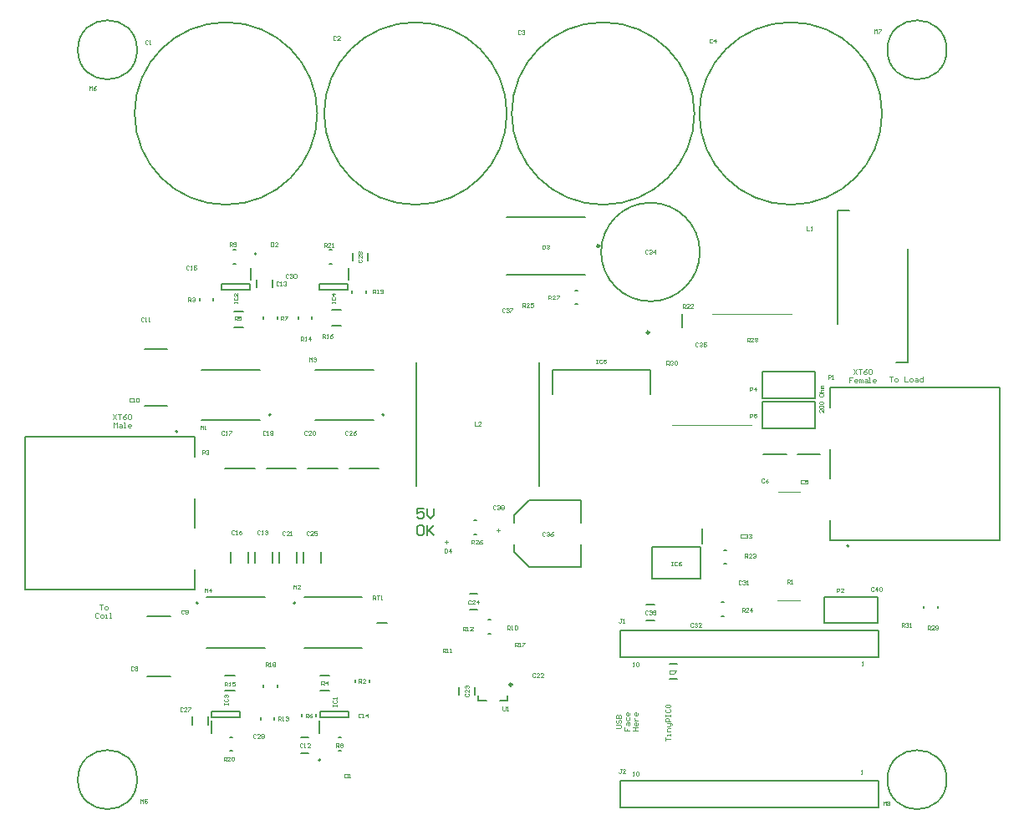
<source format=gto>
G04*
G04 #@! TF.GenerationSoftware,Altium Limited,Altium Designer,21.6.4 (81)*
G04*
G04 Layer_Color=65535*
%FSLAX44Y44*%
%MOMM*%
G71*
G04*
G04 #@! TF.SameCoordinates,3C3A1148-CEAA-43B7-A459-4803B486FB21*
G04*
G04*
G04 #@! TF.FilePolarity,Positive*
G04*
G01*
G75*
%ADD10C,0.2000*%
%ADD11C,0.2540*%
%ADD12C,0.2500*%
%ADD13C,0.1270*%
%ADD14C,0.1000*%
D10*
X195300Y400000D02*
G03*
X195300Y400000I-1000J0D01*
G01*
X220330Y209000D02*
G03*
X220330Y209000I-1000J0D01*
G01*
X310300Y400000D02*
G03*
X310300Y400000I-1000J0D01*
G01*
X121700Y209000D02*
G03*
X121700Y209000I-1000J0D01*
G01*
X242500Y705500D02*
G03*
X242500Y705500I-92500J0D01*
G01*
X434500D02*
G03*
X434500Y705500I-92500J0D01*
G01*
X624500D02*
G03*
X624500Y705500I-92500J0D01*
G01*
X814500D02*
G03*
X814500Y705500I-92500J0D01*
G01*
X630000Y565000D02*
G03*
X630000Y565000I-50000J0D01*
G01*
X781000Y267000D02*
G03*
X781000Y267000I-1000J0D01*
G01*
X101000Y383000D02*
G03*
X101000Y383000I-1000J0D01*
G01*
X244750Y49000D02*
G03*
X244750Y51000I0J1000D01*
G01*
D02*
G03*
X244750Y49000I0J-1000D01*
G01*
X179750Y562000D02*
G03*
X179750Y564000I0J1000D01*
G01*
D02*
G03*
X179750Y562000I0J-1000D01*
G01*
X60000Y30000D02*
G03*
X60000Y30000I-30000J0D01*
G01*
Y770000D02*
G03*
X60000Y770000I-30000J0D01*
G01*
X880000D02*
G03*
X880000Y770000I-30000J0D01*
G01*
Y30000D02*
G03*
X880000Y30000I-30000J0D01*
G01*
X245270Y136000D02*
X254731D01*
X245270Y120000D02*
X254731D01*
X158270Y489000D02*
X167731D01*
X158270Y505000D02*
X167731D01*
X149269Y120000D02*
X158730D01*
X149269Y136000D02*
X158730D01*
X257269Y490000D02*
X266731D01*
X257269Y506000D02*
X266731D01*
X630708Y234000D02*
Y266000D01*
X581707Y234000D02*
X630708D01*
X581707D02*
Y266000D01*
X630708D01*
X632007Y269500D02*
Y284750D01*
X281000Y128750D02*
Y131250D01*
X295000Y128750D02*
Y131250D01*
X137207Y515750D02*
Y518250D01*
X123208Y515750D02*
Y518250D01*
X227000Y93750D02*
Y96250D01*
X241000Y93750D02*
Y96250D01*
X188000Y496750D02*
Y499250D01*
X202000Y496750D02*
Y499250D01*
X263750Y73000D02*
X266250D01*
X263750Y59000D02*
X266250D01*
X157750Y553000D02*
X160250D01*
X157750Y567000D02*
X160250D01*
X415750Y192000D02*
X418250D01*
X415750Y178000D02*
X418250D01*
X199000Y90750D02*
Y93250D01*
X185000Y90750D02*
Y93250D01*
X237000Y496750D02*
Y499250D01*
X223000Y496750D02*
Y499250D01*
X188000Y123450D02*
Y125950D01*
X202000Y123450D02*
Y125950D01*
X292000Y523750D02*
Y526250D01*
X278000Y523750D02*
Y526250D01*
X153750Y73000D02*
X156250D01*
X153750Y59000D02*
X156250D01*
X254750Y553000D02*
X257250D01*
X254750Y567000D02*
X257250D01*
X654750Y263000D02*
X657250D01*
X654750Y249000D02*
X657250D01*
X651750Y210000D02*
X654250D01*
X651750Y196000D02*
X654250D01*
X401588Y292822D02*
X404088D01*
X401588Y278822D02*
X404088D01*
X503750Y526000D02*
X506250D01*
X503750Y512000D02*
X506250D01*
X856992Y203750D02*
Y206250D01*
X870993Y203750D02*
Y206250D01*
X467530Y327658D02*
Y452658D01*
X342530Y327658D02*
Y452658D01*
X173000Y249818D02*
Y260818D01*
X155000Y249818D02*
Y260818D01*
X197543Y249818D02*
Y260818D01*
X179543Y249818D02*
Y260818D01*
X222085Y249818D02*
Y260818D01*
X204085Y249818D02*
Y260818D01*
X246628Y249818D02*
Y260818D01*
X228628Y249818D02*
Y260818D01*
X433957Y600708D02*
X513457D01*
X433957Y541707D02*
X513457D01*
X599031Y132219D02*
X606969D01*
X599031Y147781D02*
X606969D01*
X226031Y57219D02*
X233969D01*
X226031Y72781D02*
X233969D01*
X181219Y529031D02*
Y536969D01*
X196781Y529031D02*
Y536969D01*
X401781Y116031D02*
Y123969D01*
X386219Y116031D02*
Y123969D01*
X397031Y218355D02*
X404969D01*
X397031Y202792D02*
X404969D01*
X116219Y86031D02*
Y93969D01*
X131781Y86031D02*
Y93969D01*
X278219Y556031D02*
Y563969D01*
X293781Y556031D02*
Y563969D01*
X576031Y207255D02*
X583969D01*
X576031Y191693D02*
X583969D01*
X302750Y189000D02*
X313250D01*
X149000Y345318D02*
X179000D01*
X191000D02*
X221000D01*
X233000D02*
X263000D01*
X728743Y359593D02*
X751742D01*
X694500D02*
X717500D01*
X70500Y135000D02*
X93500D01*
X70500Y195408D02*
X93500D01*
X67500Y409342D02*
X90500D01*
X67500Y467000D02*
X90500D01*
X611615Y488457D02*
Y502458D01*
X809900Y188550D02*
Y215450D01*
X756100D02*
X809900D01*
X756100Y188550D02*
Y215450D01*
Y188550D02*
X809900D01*
X746900Y416550D02*
Y443450D01*
X693100D02*
X746900D01*
X693100Y416550D02*
Y443450D01*
Y416550D02*
X746900D01*
Y386550D02*
Y413450D01*
X693100D02*
X746900D01*
X693100Y386550D02*
Y413450D01*
Y386550D02*
X746900D01*
X435500Y109958D02*
Y114958D01*
X427500Y109958D02*
X435500D01*
X405500D02*
Y114958D01*
Y109958D02*
X413500D01*
X480822Y421208D02*
Y445708D01*
X579822D01*
Y421208D02*
Y445708D01*
X274000Y536500D02*
Y548500D01*
X244500Y533000D02*
X273500D01*
X244500Y527000D02*
Y533000D01*
Y527000D02*
X273500D01*
Y533000D01*
X457165Y245365D02*
X509665D01*
Y268365D01*
X441665Y260865D02*
Y268365D01*
Y260865D02*
X457165Y245365D01*
X441665Y297865D02*
X457165Y313365D01*
X441665Y290365D02*
Y297865D01*
X509665Y290365D02*
Y313365D01*
X457165D02*
X509665D01*
X769500Y492000D02*
Y607000D01*
X781000D01*
X829000Y453000D02*
X840500D01*
Y568000D01*
X245000Y77500D02*
Y89500D01*
X245500Y93000D02*
X274500D01*
Y99000D01*
X245500D02*
X274500D01*
X245500Y93000D02*
Y99000D01*
X135000Y77500D02*
Y89500D01*
X135500Y93000D02*
X164500D01*
Y99000D01*
X135500D02*
X164500D01*
X135500Y93000D02*
Y99000D01*
X175000Y536500D02*
Y548500D01*
X145500Y533000D02*
X174500D01*
X145500Y527000D02*
Y533000D01*
Y527000D02*
X174500D01*
Y533000D01*
X810750Y1500D02*
Y28500D01*
X549250D02*
X810750D01*
X549250Y1500D02*
Y28500D01*
Y1500D02*
X810750D01*
Y153900D02*
Y180900D01*
X549250D02*
X810750D01*
X549250Y153900D02*
Y180900D01*
Y153900D02*
X810750D01*
X274743Y345318D02*
X304743D01*
X350334Y304793D02*
X343669D01*
Y299795D01*
X347002Y301461D01*
X348668D01*
X350334Y299795D01*
Y296462D01*
X348668Y294796D01*
X345336D01*
X343669Y296462D01*
X353666Y304793D02*
Y298128D01*
X356998Y294796D01*
X360331Y298128D01*
Y304793D01*
X348668Y287997D02*
X345336D01*
X343669Y286331D01*
Y279666D01*
X345336Y278000D01*
X348668D01*
X350334Y279666D01*
Y286331D01*
X348668Y287997D01*
X353666D02*
Y278000D01*
Y281332D01*
X360331Y287997D01*
X355332Y282998D01*
X360331Y278000D01*
D11*
X528317Y571208D02*
G03*
X528317Y571208I-1270J0D01*
G01*
D12*
X439750Y126458D02*
G03*
X439750Y126458I-1250J0D01*
G01*
X578562Y483457D02*
G03*
X578562Y483457I-1250J0D01*
G01*
D13*
X125500Y394250D02*
X184500D01*
X125500Y445750D02*
X184500D01*
X229130Y163250D02*
X288130D01*
X229130Y214750D02*
X288130D01*
X240500Y394250D02*
X299500D01*
X240500Y445750D02*
X299500D01*
X130500Y163250D02*
X189500D01*
X130500Y214750D02*
X189500D01*
X761500Y272500D02*
X933500D01*
Y427500D01*
X761500D02*
X933500D01*
X761500Y407100D02*
Y427500D01*
Y335100D02*
Y364900D01*
Y272500D02*
Y292900D01*
X-53500Y377500D02*
X118500D01*
X-53500Y222500D02*
Y377500D01*
Y222500D02*
X118500D01*
Y242900D01*
Y285100D02*
Y314900D01*
Y357100D02*
Y377500D01*
D14*
X642408Y502493D02*
X723057D01*
X601457Y390000D02*
X682107D01*
X708500Y212000D02*
X731000D01*
X709000Y322000D02*
X731500D01*
X21835Y207396D02*
X25167D01*
X23501D01*
Y202398D01*
X27666D02*
X29332D01*
X30165Y203231D01*
Y204897D01*
X29332Y205730D01*
X27666D01*
X26833Y204897D01*
Y203231D01*
X27666Y202398D01*
X21418Y198165D02*
X20585Y198998D01*
X18919D01*
X18086Y198165D01*
Y194833D01*
X18919Y194000D01*
X20585D01*
X21418Y194833D01*
X23917Y194000D02*
X25584D01*
X26416Y194833D01*
Y196499D01*
X25584Y197332D01*
X23917D01*
X23084Y196499D01*
Y194833D01*
X23917Y194000D01*
X28083D02*
X29749D01*
X28916D01*
Y197332D01*
X28083D01*
X32248Y194000D02*
X33914D01*
X33081D01*
Y198998D01*
X32248D01*
X595336Y69673D02*
Y73005D01*
Y71339D01*
X600334D01*
Y74671D02*
Y76337D01*
Y75504D01*
X597002D01*
Y74671D01*
X600334Y78836D02*
X597002D01*
Y81335D01*
X597835Y82169D01*
X600334D01*
X597002Y83835D02*
X599501D01*
X600334Y84668D01*
Y87167D01*
X601167D01*
X602000Y86334D01*
Y85501D01*
X600334Y87167D02*
X597002D01*
X600334Y88833D02*
X595336D01*
Y91332D01*
X596169Y92165D01*
X597835D01*
X598668Y91332D01*
Y88833D01*
X595336Y93831D02*
Y95498D01*
Y94664D01*
X600334D01*
Y93831D01*
Y95498D01*
X596169Y101329D02*
X595336Y100496D01*
Y98830D01*
X596169Y97997D01*
X599501D01*
X600334Y98830D01*
Y100496D01*
X599501Y101329D01*
X595336Y105494D02*
Y103828D01*
X596169Y102995D01*
X599501D01*
X600334Y103828D01*
Y105494D01*
X599501Y106327D01*
X596169D01*
X595336Y105494D01*
X35836Y400396D02*
X39169Y395398D01*
Y400396D02*
X35836Y395398D01*
X40835Y400396D02*
X44167D01*
X42501D01*
Y395398D01*
X49165Y400396D02*
X47499Y399563D01*
X45833Y397897D01*
Y396231D01*
X46666Y395398D01*
X48332D01*
X49165Y396231D01*
Y397064D01*
X48332Y397897D01*
X45833D01*
X50831Y399563D02*
X51665Y400396D01*
X53331D01*
X54164Y399563D01*
Y396231D01*
X53331Y395398D01*
X51665D01*
X50831Y396231D01*
Y399563D01*
X36253Y387000D02*
Y391998D01*
X37919Y390332D01*
X39585Y391998D01*
Y387000D01*
X42084Y390332D02*
X43750D01*
X44584Y389499D01*
Y387000D01*
X42084D01*
X41251Y387833D01*
X42084Y388666D01*
X44584D01*
X46250Y387000D02*
X47916D01*
X47083D01*
Y391998D01*
X46250D01*
X52914Y387000D02*
X51248D01*
X50415Y387833D01*
Y389499D01*
X51248Y390332D01*
X52914D01*
X53747Y389499D01*
Y388666D01*
X50415D01*
X822339Y438998D02*
X825671D01*
X824005D01*
Y434000D01*
X828170D02*
X829836D01*
X830669Y434833D01*
Y436499D01*
X829836Y437332D01*
X828170D01*
X827337Y436499D01*
Y434833D01*
X828170Y434000D01*
X837334Y438998D02*
Y434000D01*
X840666D01*
X843165D02*
X844831D01*
X845665Y434833D01*
Y436499D01*
X844831Y437332D01*
X843165D01*
X842332Y436499D01*
Y434833D01*
X843165Y434000D01*
X848164Y437332D02*
X849830D01*
X850663Y436499D01*
Y434000D01*
X848164D01*
X847331Y434833D01*
X848164Y435666D01*
X850663D01*
X855661Y438998D02*
Y434000D01*
X853162D01*
X852329Y434833D01*
Y436499D01*
X853162Y437332D01*
X855661D01*
X755000Y405337D02*
Y402671D01*
X752334Y405337D01*
X751668D01*
X751001Y404670D01*
Y403338D01*
X751668Y402671D01*
Y406670D02*
X751001Y407336D01*
Y408669D01*
X751668Y409336D01*
X754334D01*
X755000Y408669D01*
Y407336D01*
X754334Y406670D01*
X751668D01*
Y410668D02*
X751001Y411335D01*
Y412668D01*
X751668Y413334D01*
X754334D01*
X755000Y412668D01*
Y411335D01*
X754334Y410668D01*
X751668D01*
X751001Y420665D02*
Y419332D01*
X751668Y418666D01*
X754334D01*
X755000Y419332D01*
Y420665D01*
X754334Y421332D01*
X751668D01*
X751001Y420665D01*
Y422664D02*
X755000D01*
X753001D01*
X752334Y423331D01*
Y424664D01*
X753001Y425330D01*
X755000D01*
Y426663D02*
X752334D01*
Y427330D01*
X753001Y427996D01*
X755000D01*
X753001D01*
X752334Y428663D01*
X753001Y429329D01*
X755000D01*
X785836Y446396D02*
X789169Y441398D01*
Y446396D02*
X785836Y441398D01*
X790835Y446396D02*
X794167D01*
X792501D01*
Y441398D01*
X799165Y446396D02*
X797499Y445563D01*
X795833Y443897D01*
Y442231D01*
X796666Y441398D01*
X798332D01*
X799165Y442231D01*
Y443064D01*
X798332Y443897D01*
X795833D01*
X800831Y445563D02*
X801665Y446396D01*
X803331D01*
X804164Y445563D01*
Y442231D01*
X803331Y441398D01*
X801665D01*
X800831Y442231D01*
Y445563D01*
X784587Y437998D02*
X781255D01*
Y435499D01*
X782921D01*
X781255D01*
Y433000D01*
X788752D02*
X787086D01*
X786253Y433833D01*
Y435499D01*
X787086Y436332D01*
X788752D01*
X789585Y435499D01*
Y434666D01*
X786253D01*
X791251Y433000D02*
Y436332D01*
X792084D01*
X792917Y435499D01*
Y433000D01*
Y435499D01*
X793750Y436332D01*
X794584Y435499D01*
Y433000D01*
X797083Y436332D02*
X798749D01*
X799582Y435499D01*
Y433000D01*
X797083D01*
X796250Y433833D01*
X797083Y434666D01*
X799582D01*
X801248Y433000D02*
X802914D01*
X802081D01*
Y437998D01*
X801248D01*
X807913Y433000D02*
X806246D01*
X805413Y433833D01*
Y435499D01*
X806246Y436332D01*
X807913D01*
X808745Y435499D01*
Y434666D01*
X805413D01*
X545206Y82336D02*
X549371D01*
X550204Y83169D01*
Y84835D01*
X549371Y85668D01*
X545206D01*
X546039Y90666D02*
X545206Y89833D01*
Y88167D01*
X546039Y87334D01*
X546872D01*
X547705Y88167D01*
Y89833D01*
X548538Y90666D01*
X549371D01*
X550204Y89833D01*
Y88167D01*
X549371Y87334D01*
X545206Y92332D02*
X550204D01*
Y94831D01*
X549371Y95665D01*
X548538D01*
X547705Y94831D01*
Y92332D01*
Y94831D01*
X546872Y95665D01*
X546039D01*
X545206Y94831D01*
Y92332D01*
X553604Y83169D02*
Y79836D01*
X556103D01*
Y81503D01*
Y79836D01*
X558602D01*
X555270Y85668D02*
Y87334D01*
X556103Y88167D01*
X558602D01*
Y85668D01*
X557769Y84835D01*
X556936Y85668D01*
Y88167D01*
X555270Y93165D02*
Y90666D01*
X556103Y89833D01*
X557769D01*
X558602Y90666D01*
Y93165D01*
Y97331D02*
Y95665D01*
X557769Y94831D01*
X556103D01*
X555270Y95665D01*
Y97331D01*
X556103Y98164D01*
X556936D01*
Y94831D01*
X562002Y79836D02*
X567000D01*
X564501D01*
Y83169D01*
X562002D01*
X567000D01*
Y87334D02*
Y85668D01*
X566167Y84835D01*
X564501D01*
X563668Y85668D01*
Y87334D01*
X564501Y88167D01*
X565334D01*
Y84835D01*
X563668Y89833D02*
X567000D01*
X565334D01*
X564501Y90666D01*
X563668Y91499D01*
Y92332D01*
X567000Y97331D02*
Y95665D01*
X566167Y94831D01*
X564501D01*
X563668Y95665D01*
Y97331D01*
X564501Y98164D01*
X565334D01*
Y94831D01*
X106334Y102333D02*
X105668Y102999D01*
X104335D01*
X103668Y102333D01*
Y99667D01*
X104335Y99001D01*
X105668D01*
X106334Y99667D01*
X110333Y99001D02*
X107667D01*
X110333Y101666D01*
Y102333D01*
X109667Y102999D01*
X108334D01*
X107667Y102333D01*
X111666Y102999D02*
X114332D01*
Y102333D01*
X111666Y99667D01*
Y99001D01*
X56333Y144333D02*
X55667Y144999D01*
X54334D01*
X53668Y144333D01*
Y141667D01*
X54334Y141001D01*
X55667D01*
X56333Y141667D01*
X57666Y144333D02*
X58333Y144999D01*
X59666D01*
X60332Y144333D01*
Y143666D01*
X59666Y143000D01*
X60332Y142333D01*
Y141667D01*
X59666Y141001D01*
X58333D01*
X57666Y141667D01*
Y142333D01*
X58333Y143000D01*
X57666Y143666D01*
Y144333D01*
X58333Y143000D02*
X59666D01*
X107334Y201333D02*
X106667Y201999D01*
X105334D01*
X104668Y201333D01*
Y198667D01*
X105334Y198001D01*
X106667D01*
X107334Y198667D01*
X108666D02*
X109333Y198001D01*
X110666D01*
X111332Y198667D01*
Y201333D01*
X110666Y201999D01*
X109333D01*
X108666Y201333D01*
Y200667D01*
X109333Y200000D01*
X111332D01*
X125668Y360001D02*
Y363999D01*
X127667D01*
X128334Y363333D01*
Y362000D01*
X127667Y361334D01*
X125668D01*
X129666Y363333D02*
X130333Y363999D01*
X131666D01*
X132332Y363333D01*
Y362667D01*
X131666Y362000D01*
X130999D01*
X131666D01*
X132332Y361334D01*
Y360667D01*
X131666Y360001D01*
X130333D01*
X129666Y360667D01*
X54667Y416333D02*
X54001Y416999D01*
X52668D01*
X52002Y416333D01*
Y413667D01*
X52668Y413001D01*
X54001D01*
X54667Y413667D01*
X56000Y413001D02*
X57333D01*
X56667D01*
Y416999D01*
X56000Y416333D01*
X59333D02*
X59999Y416999D01*
X61332D01*
X61998Y416333D01*
Y413667D01*
X61332Y413001D01*
X59999D01*
X59333Y413667D01*
Y416333D01*
X124334Y385001D02*
Y388999D01*
X125667Y387667D01*
X127000Y388999D01*
Y385001D01*
X128333D02*
X129666D01*
X128999D01*
Y388999D01*
X128333Y388333D01*
X234334Y281333D02*
X233668Y281999D01*
X232335D01*
X231668Y281333D01*
Y278667D01*
X232335Y278001D01*
X233668D01*
X234334Y278667D01*
X238333Y278001D02*
X235667D01*
X238333Y280667D01*
Y281333D01*
X237666Y281999D01*
X236334D01*
X235667Y281333D01*
X242332Y281999D02*
X239666D01*
Y280000D01*
X240999Y280667D01*
X241665D01*
X242332Y280000D01*
Y278667D01*
X241665Y278001D01*
X240332D01*
X239666Y278667D01*
X210001Y281333D02*
X209334Y281999D01*
X208001D01*
X207335Y281333D01*
Y278667D01*
X208001Y278001D01*
X209334D01*
X210001Y278667D01*
X213999Y278001D02*
X211334D01*
X213999Y280667D01*
Y281333D01*
X213333Y281999D01*
X212000D01*
X211334Y281333D01*
X215332Y278001D02*
X216665D01*
X215999D01*
Y281999D01*
X215332Y281333D01*
X184667Y282333D02*
X184001Y282999D01*
X182668D01*
X182002Y282333D01*
Y279667D01*
X182668Y279001D01*
X184001D01*
X184667Y279667D01*
X186000Y279001D02*
X187333D01*
X186667D01*
Y282999D01*
X186000Y282333D01*
X189333Y279667D02*
X189999Y279001D01*
X191332D01*
X191998Y279667D01*
Y282333D01*
X191332Y282999D01*
X189999D01*
X189333Y282333D01*
Y281667D01*
X189999Y281000D01*
X191998D01*
X158667Y282333D02*
X158001Y282999D01*
X156668D01*
X156002Y282333D01*
Y279667D01*
X156668Y279001D01*
X158001D01*
X158667Y279667D01*
X160000Y279001D02*
X161333D01*
X160667D01*
Y282999D01*
X160000Y282333D01*
X165998Y282999D02*
X164666Y282333D01*
X163333Y281000D01*
Y279667D01*
X163999Y279001D01*
X165332D01*
X165998Y279667D01*
Y280334D01*
X165332Y281000D01*
X163333D01*
X623334Y188333D02*
X622668Y188999D01*
X621335D01*
X620668Y188333D01*
Y185667D01*
X621335Y185001D01*
X622668D01*
X623334Y185667D01*
X624667Y188333D02*
X625334Y188999D01*
X626666D01*
X627333Y188333D01*
Y187666D01*
X626666Y187000D01*
X626000D01*
X626666D01*
X627333Y186334D01*
Y185667D01*
X626666Y185001D01*
X625334D01*
X624667Y185667D01*
X631332Y185001D02*
X628666D01*
X631332Y187666D01*
Y188333D01*
X630665Y188999D01*
X629332D01*
X628666Y188333D01*
X735334Y333333D02*
X734667Y333999D01*
X733334D01*
X732668Y333333D01*
Y330667D01*
X733334Y330001D01*
X734667D01*
X735334Y330667D01*
X739332Y333999D02*
X736666D01*
Y332000D01*
X737999Y332667D01*
X738666D01*
X739332Y332000D01*
Y330667D01*
X738666Y330001D01*
X737333D01*
X736666Y330667D01*
X695334Y334333D02*
X694667Y334999D01*
X693334D01*
X692668Y334333D01*
Y331667D01*
X693334Y331001D01*
X694667D01*
X695334Y331667D01*
X699332Y334999D02*
X697999Y334333D01*
X696666Y333000D01*
Y331667D01*
X697333Y331001D01*
X698666D01*
X699332Y331667D01*
Y332333D01*
X698666Y333000D01*
X696666D01*
X373509Y272928D02*
Y269500D01*
X371795Y271214D02*
X375223D01*
X425451Y280937D02*
Y284365D01*
X427165Y282651D02*
X423737D01*
X793000Y36000D02*
X794333D01*
X793666D01*
Y39999D01*
X793000Y39332D01*
X562000Y34000D02*
X563333D01*
X562666D01*
Y37999D01*
X562000Y37332D01*
X565332D02*
X565999Y37999D01*
X567332D01*
X567998Y37332D01*
Y34667D01*
X567332Y34000D01*
X565999D01*
X565332Y34667D01*
Y37332D01*
X794000Y146000D02*
X795333D01*
X794667D01*
Y149999D01*
X794000Y149332D01*
X562000Y145000D02*
X563333D01*
X562666D01*
Y148999D01*
X562000Y148332D01*
X565332D02*
X565999Y148999D01*
X567332D01*
X567998Y148332D01*
Y145666D01*
X567332Y145000D01*
X565999D01*
X565332Y145666D01*
Y148332D01*
X430334Y103999D02*
Y100667D01*
X431001Y100001D01*
X432334D01*
X433000Y100667D01*
Y103999D01*
X434333Y100001D02*
X435666D01*
X434999D01*
Y103999D01*
X434333Y103333D01*
X298828Y212612D02*
Y216611D01*
X300827D01*
X301494Y215944D01*
Y214611D01*
X300827Y213945D01*
X298828D01*
X300161D02*
X301494Y212612D01*
X302827Y216611D02*
X305492D01*
X304160D01*
Y212612D01*
X306825D02*
X308158D01*
X307492D01*
Y216611D01*
X306825Y215944D01*
X834335Y185001D02*
Y188999D01*
X836334D01*
X837001Y188333D01*
Y187000D01*
X836334Y186334D01*
X834335D01*
X835668D02*
X837001Y185001D01*
X838334Y188333D02*
X839000Y188999D01*
X840333D01*
X840999Y188333D01*
Y187666D01*
X840333Y187000D01*
X839666D01*
X840333D01*
X840999Y186334D01*
Y185667D01*
X840333Y185001D01*
X839000D01*
X838334Y185667D01*
X842332Y185001D02*
X843665D01*
X842999D01*
Y188999D01*
X842332Y188333D01*
X596262Y450356D02*
Y454355D01*
X598261D01*
X598928Y453688D01*
Y452355D01*
X598261Y451689D01*
X596262D01*
X597595D02*
X598928Y450356D01*
X600261Y453688D02*
X600927Y454355D01*
X602260D01*
X602926Y453688D01*
Y453022D01*
X602260Y452355D01*
X601594D01*
X602260D01*
X602926Y451689D01*
Y451022D01*
X602260Y450356D01*
X600927D01*
X600261Y451022D01*
X604259Y453688D02*
X604926Y454355D01*
X606259D01*
X606925Y453688D01*
Y451022D01*
X606259Y450356D01*
X604926D01*
X604259Y451022D01*
Y453688D01*
X860668Y182001D02*
Y185999D01*
X862668D01*
X863334Y185333D01*
Y184000D01*
X862668Y183333D01*
X860668D01*
X862001D02*
X863334Y182001D01*
X867333D02*
X864667D01*
X867333Y184667D01*
Y185333D01*
X866666Y185999D01*
X865333D01*
X864667Y185333D01*
X868666Y182667D02*
X869332Y182001D01*
X870665D01*
X871332Y182667D01*
Y185333D01*
X870665Y185999D01*
X869332D01*
X868666Y185333D01*
Y184667D01*
X869332Y184000D01*
X871332D01*
X677668Y474001D02*
Y477999D01*
X679668D01*
X680334Y477333D01*
Y476000D01*
X679668Y475334D01*
X677668D01*
X679001D02*
X680334Y474001D01*
X684333D02*
X681667D01*
X684333Y476666D01*
Y477333D01*
X683667Y477999D01*
X682334D01*
X681667Y477333D01*
X685666D02*
X686332Y477999D01*
X687665D01*
X688332Y477333D01*
Y476666D01*
X687665Y476000D01*
X688332Y475334D01*
Y474667D01*
X687665Y474001D01*
X686332D01*
X685666Y474667D01*
Y475334D01*
X686332Y476000D01*
X685666Y476666D01*
Y477333D01*
X686332Y476000D02*
X687665D01*
X476668Y517001D02*
Y520999D01*
X478668D01*
X479334Y520333D01*
Y519000D01*
X478668Y518334D01*
X476668D01*
X478001D02*
X479334Y517001D01*
X483333D02*
X480667D01*
X483333Y519666D01*
Y520333D01*
X482667Y520999D01*
X481334D01*
X480667Y520333D01*
X484666Y520999D02*
X487332D01*
Y520333D01*
X484666Y517667D01*
Y517001D01*
X398668Y269001D02*
Y272999D01*
X400668D01*
X401334Y272333D01*
Y271000D01*
X400668Y270333D01*
X398668D01*
X400001D02*
X401334Y269001D01*
X405333D02*
X402667D01*
X405333Y271667D01*
Y272333D01*
X404666Y272999D01*
X403334D01*
X402667Y272333D01*
X409332Y272999D02*
X407999Y272333D01*
X406666Y271000D01*
Y269667D01*
X407332Y269001D01*
X408665D01*
X409332Y269667D01*
Y270333D01*
X408665Y271000D01*
X406666D01*
X450466Y509284D02*
Y513283D01*
X452465D01*
X453132Y512616D01*
Y511283D01*
X452465Y510617D01*
X450466D01*
X451799D02*
X453132Y509284D01*
X457131D02*
X454465D01*
X457131Y511950D01*
Y512616D01*
X456464Y513283D01*
X455131D01*
X454465Y512616D01*
X461129Y513283D02*
X458463D01*
Y511283D01*
X459796Y511950D01*
X460463D01*
X461129Y511283D01*
Y509950D01*
X460463Y509284D01*
X459130D01*
X458463Y509950D01*
X672668Y200001D02*
Y203999D01*
X674668D01*
X675334Y203333D01*
Y202000D01*
X674668Y201334D01*
X672668D01*
X674001D02*
X675334Y200001D01*
X679333D02*
X676667D01*
X679333Y202666D01*
Y203333D01*
X678667Y203999D01*
X677334D01*
X676667Y203333D01*
X682665Y200001D02*
Y203999D01*
X680666Y202000D01*
X683332D01*
X675668Y255001D02*
Y258999D01*
X677668D01*
X678334Y258333D01*
Y257000D01*
X677668Y256334D01*
X675668D01*
X677001D02*
X678334Y255001D01*
X682333D02*
X679667D01*
X682333Y257666D01*
Y258333D01*
X681666Y258999D01*
X680334D01*
X679667Y258333D01*
X683666D02*
X684332Y258999D01*
X685665D01*
X686332Y258333D01*
Y257666D01*
X685665Y257000D01*
X684999D01*
X685665D01*
X686332Y256334D01*
Y255667D01*
X685665Y255001D01*
X684332D01*
X683666Y255667D01*
X612668Y508001D02*
Y511999D01*
X614668D01*
X615334Y511333D01*
Y510000D01*
X614668Y509334D01*
X612668D01*
X614001D02*
X615334Y508001D01*
X619333D02*
X616667D01*
X619333Y510667D01*
Y511333D01*
X618666Y511999D01*
X617334D01*
X616667Y511333D01*
X623332Y508001D02*
X620666D01*
X623332Y510667D01*
Y511333D01*
X622665Y511999D01*
X621332D01*
X620666Y511333D01*
X249335Y570001D02*
Y573999D01*
X251334D01*
X252001Y573333D01*
Y572000D01*
X251334Y571334D01*
X249335D01*
X250668D02*
X252001Y570001D01*
X255999D02*
X253334D01*
X255999Y572667D01*
Y573333D01*
X255333Y573999D01*
X254000D01*
X253334Y573333D01*
X257332Y570001D02*
X258665D01*
X257999D01*
Y573999D01*
X257332Y573333D01*
X147668Y49001D02*
Y52999D01*
X149668D01*
X150334Y52333D01*
Y51000D01*
X149668Y50334D01*
X147668D01*
X149001D02*
X150334Y49001D01*
X154333D02*
X151667D01*
X154333Y51666D01*
Y52333D01*
X153666Y52999D01*
X152334D01*
X151667Y52333D01*
X155666D02*
X156332Y52999D01*
X157665D01*
X158332Y52333D01*
Y49667D01*
X157665Y49001D01*
X156332D01*
X155666Y49667D01*
Y52333D01*
X299002Y523001D02*
Y526999D01*
X301001D01*
X301667Y526333D01*
Y525000D01*
X301001Y524333D01*
X299002D01*
X300334D02*
X301667Y523001D01*
X303000D02*
X304333D01*
X303667D01*
Y526999D01*
X303000Y526333D01*
X306333Y523667D02*
X306999Y523001D01*
X308332D01*
X308998Y523667D01*
Y526333D01*
X308332Y526999D01*
X306999D01*
X306333Y526333D01*
Y525667D01*
X306999Y525000D01*
X308998D01*
X190002Y145001D02*
Y148999D01*
X192001D01*
X192667Y148333D01*
Y147000D01*
X192001Y146334D01*
X190002D01*
X191334D02*
X192667Y145001D01*
X194000D02*
X195333D01*
X194667D01*
Y148999D01*
X194000Y148333D01*
X197333D02*
X197999Y148999D01*
X199332D01*
X199998Y148333D01*
Y147667D01*
X199332Y147000D01*
X199998Y146334D01*
Y145667D01*
X199332Y145001D01*
X197999D01*
X197333Y145667D01*
Y146334D01*
X197999Y147000D01*
X197333Y147667D01*
Y148333D01*
X197999Y147000D02*
X199332D01*
X443002Y165001D02*
Y168999D01*
X445001D01*
X445667Y168333D01*
Y167000D01*
X445001Y166334D01*
X443002D01*
X444334D02*
X445667Y165001D01*
X447000D02*
X448333D01*
X447667D01*
Y168999D01*
X447000Y168333D01*
X450333Y168999D02*
X452998D01*
Y168333D01*
X450333Y165667D01*
Y165001D01*
X248002Y478001D02*
Y481999D01*
X250001D01*
X250667Y481333D01*
Y480000D01*
X250001Y479334D01*
X248002D01*
X249335D02*
X250667Y478001D01*
X252000D02*
X253333D01*
X252667D01*
Y481999D01*
X252000Y481333D01*
X257998Y481999D02*
X256665Y481333D01*
X255333Y480000D01*
Y478667D01*
X255999Y478001D01*
X257332D01*
X257998Y478667D01*
Y479334D01*
X257332Y480000D01*
X255333D01*
X149002Y125001D02*
Y128999D01*
X151001D01*
X151667Y128333D01*
Y127000D01*
X151001Y126334D01*
X149002D01*
X150335D02*
X151667Y125001D01*
X153000D02*
X154333D01*
X153667D01*
Y128999D01*
X153000Y128333D01*
X158998Y128999D02*
X156333D01*
Y127000D01*
X157666Y127667D01*
X158332D01*
X158998Y127000D01*
Y125667D01*
X158332Y125001D01*
X156999D01*
X156333Y125667D01*
X226002Y475001D02*
Y478999D01*
X228001D01*
X228667Y478333D01*
Y477000D01*
X228001Y476334D01*
X226002D01*
X227334D02*
X228667Y475001D01*
X230000D02*
X231333D01*
X230667D01*
Y478999D01*
X230000Y478333D01*
X235332Y475001D02*
Y478999D01*
X233333Y477000D01*
X235998D01*
X203002Y90001D02*
Y93999D01*
X205001D01*
X205667Y93333D01*
Y92000D01*
X205001Y91334D01*
X203002D01*
X204335D02*
X205667Y90001D01*
X207000D02*
X208333D01*
X207667D01*
Y93999D01*
X207000Y93333D01*
X210333D02*
X210999Y93999D01*
X212332D01*
X212998Y93333D01*
Y92667D01*
X212332Y92000D01*
X211665D01*
X212332D01*
X212998Y91334D01*
Y90667D01*
X212332Y90001D01*
X210999D01*
X210333Y90667D01*
X390002Y181001D02*
Y184999D01*
X392001D01*
X392667Y184333D01*
Y183000D01*
X392001Y182334D01*
X390002D01*
X391334D02*
X392667Y181001D01*
X394000D02*
X395333D01*
X394667D01*
Y184999D01*
X394000Y184333D01*
X399998Y181001D02*
X397333D01*
X399998Y183666D01*
Y184333D01*
X399332Y184999D01*
X397999D01*
X397333Y184333D01*
X369668Y159001D02*
Y162999D01*
X371667D01*
X372334Y162333D01*
Y161000D01*
X371667Y160334D01*
X369668D01*
X371001D02*
X372334Y159001D01*
X373667D02*
X375000D01*
X374333D01*
Y162999D01*
X373667Y162333D01*
X376999Y159001D02*
X378332D01*
X377665D01*
Y162999D01*
X376999Y162333D01*
X435002Y182001D02*
Y185999D01*
X437001D01*
X437668Y185333D01*
Y184000D01*
X437001Y183333D01*
X435002D01*
X436334D02*
X437668Y182001D01*
X439000D02*
X440333D01*
X439667D01*
Y185999D01*
X439000Y185333D01*
X442333D02*
X442999Y185999D01*
X444332D01*
X444998Y185333D01*
Y182667D01*
X444332Y182001D01*
X442999D01*
X442333Y182667D01*
Y185333D01*
X153668Y571001D02*
Y574999D01*
X155667D01*
X156334Y574333D01*
Y573000D01*
X155667Y572334D01*
X153668D01*
X155001D02*
X156334Y571001D01*
X157666Y571667D02*
X158333Y571001D01*
X159666D01*
X160332Y571667D01*
Y574333D01*
X159666Y574999D01*
X158333D01*
X157666Y574333D01*
Y573666D01*
X158333Y573000D01*
X160332D01*
X261668Y63001D02*
Y66999D01*
X263667D01*
X264334Y66333D01*
Y65000D01*
X263667Y64334D01*
X261668D01*
X263001D02*
X264334Y63001D01*
X265666Y66333D02*
X266333Y66999D01*
X267666D01*
X268332Y66333D01*
Y65666D01*
X267666Y65000D01*
X268332Y64334D01*
Y63667D01*
X267666Y63001D01*
X266333D01*
X265666Y63667D01*
Y64334D01*
X266333Y65000D01*
X265666Y65666D01*
Y66333D01*
X266333Y65000D02*
X267666D01*
X205668Y496001D02*
Y499999D01*
X207667D01*
X208333Y499333D01*
Y498000D01*
X207667Y497333D01*
X205668D01*
X207001D02*
X208333Y496001D01*
X209666Y499999D02*
X212332D01*
Y499333D01*
X209666Y496667D01*
Y496001D01*
X230668Y93001D02*
Y96999D01*
X232667D01*
X233333Y96333D01*
Y95000D01*
X232667Y94333D01*
X230668D01*
X232001D02*
X233333Y93001D01*
X237332Y96999D02*
X235999Y96333D01*
X234666Y95000D01*
Y93667D01*
X235333Y93001D01*
X236666D01*
X237332Y93667D01*
Y94333D01*
X236666Y95000D01*
X234666D01*
X158668Y496001D02*
Y499999D01*
X160667D01*
X161334Y499333D01*
Y498000D01*
X160667Y497333D01*
X158668D01*
X160001D02*
X161334Y496001D01*
X165332Y499999D02*
X162666D01*
Y498000D01*
X163999Y498666D01*
X164666D01*
X165332Y498000D01*
Y496667D01*
X164666Y496001D01*
X163333D01*
X162666Y496667D01*
X246668Y126001D02*
Y129999D01*
X248667D01*
X249334Y129333D01*
Y128000D01*
X248667Y127334D01*
X246668D01*
X248001D02*
X249334Y126001D01*
X252666D02*
Y129999D01*
X250667Y128000D01*
X253332D01*
X111668Y515001D02*
Y518999D01*
X113667D01*
X114334Y518333D01*
Y517000D01*
X113667Y516334D01*
X111668D01*
X113001D02*
X114334Y515001D01*
X115666Y518333D02*
X116333Y518999D01*
X117666D01*
X118332Y518333D01*
Y517667D01*
X117666Y517000D01*
X116999D01*
X117666D01*
X118332Y516334D01*
Y515667D01*
X117666Y515001D01*
X116333D01*
X115666Y515667D01*
X284668Y128001D02*
Y131999D01*
X286667D01*
X287334Y131333D01*
Y130000D01*
X286667Y129333D01*
X284668D01*
X286001D02*
X287334Y128001D01*
X291332D02*
X288666D01*
X291332Y130667D01*
Y131333D01*
X290666Y131999D01*
X289333D01*
X288666Y131333D01*
X718334Y229001D02*
Y232999D01*
X720334D01*
X721000Y232333D01*
Y231000D01*
X720334Y230334D01*
X718334D01*
X719667D02*
X721000Y229001D01*
X722333D02*
X723666D01*
X722999D01*
Y232999D01*
X722333Y232333D01*
X680610Y397001D02*
Y400999D01*
X682610D01*
X683276Y400333D01*
Y399000D01*
X682610Y398334D01*
X680610D01*
X687275Y400999D02*
X684609D01*
Y399000D01*
X685942Y399666D01*
X686608D01*
X687275Y399000D01*
Y397667D01*
X686608Y397001D01*
X685275D01*
X684609Y397667D01*
X680668Y424001D02*
Y427999D01*
X682667D01*
X683334Y427333D01*
Y426000D01*
X682667Y425334D01*
X680668D01*
X686666Y424001D02*
Y427999D01*
X684666Y426000D01*
X687332D01*
X768668Y220001D02*
Y223999D01*
X770667D01*
X771334Y223333D01*
Y222000D01*
X770667Y221334D01*
X768668D01*
X775332Y220001D02*
X772666D01*
X775332Y222666D01*
Y223333D01*
X774666Y223999D01*
X773333D01*
X772666Y223333D01*
X759838Y436386D02*
Y440385D01*
X761837D01*
X762504Y439718D01*
Y438385D01*
X761837Y437719D01*
X759838D01*
X763837Y436386D02*
X765170D01*
X764503D01*
Y440385D01*
X763837Y439718D01*
X815668Y4001D02*
Y7999D01*
X817001Y6666D01*
X818334Y7999D01*
Y4001D01*
X819666Y7333D02*
X820333Y7999D01*
X821666D01*
X822332Y7333D01*
Y6666D01*
X821666Y6000D01*
X822332Y5333D01*
Y4667D01*
X821666Y4001D01*
X820333D01*
X819666Y4667D01*
Y5333D01*
X820333Y6000D01*
X819666Y6666D01*
Y7333D01*
X820333Y6000D02*
X821666D01*
X806668Y787001D02*
Y790999D01*
X808001Y789667D01*
X809333Y790999D01*
Y787001D01*
X810666Y790999D02*
X813332D01*
Y790333D01*
X810666Y787667D01*
Y787001D01*
X11668Y729001D02*
Y732999D01*
X13001Y731666D01*
X14334Y732999D01*
Y729001D01*
X18332Y732999D02*
X16999Y732333D01*
X15666Y731000D01*
Y729667D01*
X16333Y729001D01*
X17666D01*
X18332Y729667D01*
Y730334D01*
X17666Y731000D01*
X15666D01*
X63668Y6001D02*
Y9999D01*
X65001Y8666D01*
X66333Y9999D01*
Y6001D01*
X70332Y9999D02*
X67666D01*
Y8000D01*
X68999Y8666D01*
X69666D01*
X70332Y8000D01*
Y6667D01*
X69666Y6001D01*
X68333D01*
X67666Y6667D01*
X128668Y220001D02*
Y223999D01*
X130001Y222666D01*
X131334Y223999D01*
Y220001D01*
X134666D02*
Y223999D01*
X132666Y222000D01*
X135332D01*
X234566Y454166D02*
Y458165D01*
X235899Y456832D01*
X237232Y458165D01*
Y454166D01*
X238565Y457498D02*
X239231Y458165D01*
X240564D01*
X241231Y457498D01*
Y456832D01*
X240564Y456165D01*
X239898D01*
X240564D01*
X241231Y455499D01*
Y454832D01*
X240564Y454166D01*
X239231D01*
X238565Y454832D01*
X218310Y223280D02*
Y227279D01*
X219643Y225946D01*
X220976Y227279D01*
Y223280D01*
X224974D02*
X222309D01*
X224974Y225946D01*
Y226612D01*
X224308Y227279D01*
X222975D01*
X222309Y226612D01*
X401668Y392999D02*
Y389001D01*
X404334D01*
X408332D02*
X405666D01*
X408332Y391666D01*
Y392333D01*
X407666Y392999D01*
X406333D01*
X405666Y392333D01*
X738334Y590999D02*
Y587001D01*
X741000D01*
X742333D02*
X743666D01*
X742999D01*
Y590999D01*
X742333Y590333D01*
X550668Y40843D02*
X549335D01*
X550001D01*
Y37510D01*
X549335Y36844D01*
X548668D01*
X548002Y37510D01*
X554666Y36844D02*
X552001D01*
X554666Y39510D01*
Y40176D01*
X554000Y40843D01*
X552667D01*
X552001Y40176D01*
X550668Y193243D02*
X549335D01*
X550001D01*
Y189910D01*
X549335Y189244D01*
X548668D01*
X548002Y189910D01*
X552001Y189244D02*
X553334D01*
X552667D01*
Y193243D01*
X552001Y192576D01*
X601002Y250999D02*
X602335D01*
X601668D01*
Y247001D01*
X601002D01*
X602335D01*
X607000Y250333D02*
X606333Y250999D01*
X605000D01*
X604334Y250333D01*
Y247667D01*
X605000Y247001D01*
X606333D01*
X607000Y247667D01*
X610998Y250999D02*
X609665Y250333D01*
X608333Y249000D01*
Y247667D01*
X608999Y247001D01*
X610332D01*
X610998Y247667D01*
Y248334D01*
X610332Y249000D01*
X608333D01*
X525002Y455999D02*
X526334D01*
X525668D01*
Y452001D01*
X525002D01*
X526334D01*
X531000Y455333D02*
X530333Y455999D01*
X529000D01*
X528334Y455333D01*
Y452667D01*
X529000Y452001D01*
X530333D01*
X531000Y452667D01*
X534998Y455999D02*
X532333D01*
Y454000D01*
X533666Y454666D01*
X534332D01*
X534998Y454000D01*
Y452667D01*
X534332Y452001D01*
X532999D01*
X532333Y452667D01*
X257001Y513002D02*
Y514334D01*
Y513668D01*
X260999D01*
Y513002D01*
Y514334D01*
X257667Y519000D02*
X257001Y518333D01*
Y517000D01*
X257667Y516334D01*
X260333D01*
X260999Y517000D01*
Y518333D01*
X260333Y519000D01*
X260999Y522332D02*
X257001D01*
X259000Y520333D01*
Y522998D01*
X148001Y106002D02*
Y107334D01*
Y106668D01*
X151999D01*
Y106002D01*
Y107334D01*
X148667Y112000D02*
X148001Y111333D01*
Y110000D01*
X148667Y109334D01*
X151333D01*
X151999Y110000D01*
Y111333D01*
X151333Y112000D01*
X148667Y113333D02*
X148001Y113999D01*
Y115332D01*
X148667Y115998D01*
X149333D01*
X150000Y115332D01*
Y114665D01*
Y115332D01*
X150666Y115998D01*
X151333D01*
X151999Y115332D01*
Y113999D01*
X151333Y113333D01*
X158001Y513002D02*
Y514334D01*
Y513668D01*
X161999D01*
Y513002D01*
Y514334D01*
X158667Y519000D02*
X158001Y518333D01*
Y517000D01*
X158667Y516334D01*
X161333D01*
X161999Y517000D01*
Y518333D01*
X161333Y519000D01*
X161999Y522998D02*
Y520333D01*
X159333Y522998D01*
X158667D01*
X158001Y522332D01*
Y520999D01*
X158667Y520333D01*
X258001Y104668D02*
Y106001D01*
Y105335D01*
X261999D01*
Y104668D01*
Y106001D01*
X258667Y110666D02*
X258001Y110000D01*
Y108667D01*
X258667Y108000D01*
X261333D01*
X261999Y108667D01*
Y110000D01*
X261333Y110666D01*
X261999Y111999D02*
Y113332D01*
Y112666D01*
X258001D01*
X258667Y111999D01*
X371668Y263999D02*
Y260001D01*
X373667D01*
X374334Y260667D01*
Y263333D01*
X373667Y263999D01*
X371668D01*
X377666Y260001D02*
Y263999D01*
X375667Y262000D01*
X378332D01*
X470668Y571999D02*
Y568001D01*
X472667D01*
X473334Y568667D01*
Y571333D01*
X472667Y571999D01*
X470668D01*
X474666Y571333D02*
X475333Y571999D01*
X476666D01*
X477332Y571333D01*
Y570667D01*
X476666Y570000D01*
X475999D01*
X476666D01*
X477332Y569334D01*
Y568667D01*
X476666Y568001D01*
X475333D01*
X474666Y568667D01*
X195668Y574999D02*
Y571001D01*
X197667D01*
X198334Y571667D01*
Y574333D01*
X197667Y574999D01*
X195668D01*
X202332Y571001D02*
X199667D01*
X202332Y573666D01*
Y574333D01*
X201666Y574999D01*
X200333D01*
X199667Y574333D01*
X270334Y35999D02*
Y32001D01*
X272334D01*
X273000Y32667D01*
Y35333D01*
X272334Y35999D01*
X270334D01*
X274333Y32001D02*
X275666D01*
X274999D01*
Y35999D01*
X274333Y35333D01*
X806327Y224333D02*
X805660Y224999D01*
X804327D01*
X803661Y224333D01*
Y221667D01*
X804327Y221001D01*
X805660D01*
X806327Y221667D01*
X809659Y221001D02*
Y224999D01*
X807660Y223000D01*
X810325D01*
X811658Y224333D02*
X812325Y224999D01*
X813658D01*
X814324Y224333D01*
Y221667D01*
X813658Y221001D01*
X812325D01*
X811658Y221667D01*
Y224333D01*
X577334Y200880D02*
X576668Y201546D01*
X575335D01*
X574668Y200880D01*
Y198214D01*
X575335Y197548D01*
X576668D01*
X577334Y198214D01*
X578667Y200880D02*
X579334Y201546D01*
X580667D01*
X581333Y200880D01*
Y200214D01*
X580667Y199547D01*
X580000D01*
X580667D01*
X581333Y198881D01*
Y198214D01*
X580667Y197548D01*
X579334D01*
X578667Y198214D01*
X582666D02*
X583332Y197548D01*
X584665D01*
X585332Y198214D01*
Y200880D01*
X584665Y201546D01*
X583332D01*
X582666Y200880D01*
Y200214D01*
X583332Y199547D01*
X585332D01*
X423334Y307333D02*
X422668Y307999D01*
X421335D01*
X420668Y307333D01*
Y304667D01*
X421335Y304001D01*
X422668D01*
X423334Y304667D01*
X424667Y307333D02*
X425334Y307999D01*
X426666D01*
X427333Y307333D01*
Y306667D01*
X426666Y306000D01*
X426000D01*
X426666D01*
X427333Y305334D01*
Y304667D01*
X426666Y304001D01*
X425334D01*
X424667Y304667D01*
X428666Y307333D02*
X429332Y307999D01*
X430665D01*
X431332Y307333D01*
Y306667D01*
X430665Y306000D01*
X431332Y305334D01*
Y304667D01*
X430665Y304001D01*
X429332D01*
X428666Y304667D01*
Y305334D01*
X429332Y306000D01*
X428666Y306667D01*
Y307333D01*
X429332Y306000D02*
X430665D01*
X432558Y507536D02*
X431891Y508203D01*
X430558D01*
X429892Y507536D01*
Y504870D01*
X430558Y504204D01*
X431891D01*
X432558Y504870D01*
X433891Y507536D02*
X434557Y508203D01*
X435890D01*
X436557Y507536D01*
Y506870D01*
X435890Y506203D01*
X435224D01*
X435890D01*
X436557Y505537D01*
Y504870D01*
X435890Y504204D01*
X434557D01*
X433891Y504870D01*
X437889Y508203D02*
X440555D01*
Y507536D01*
X437889Y504870D01*
Y504204D01*
X473334Y280333D02*
X472668Y280999D01*
X471335D01*
X470668Y280333D01*
Y277667D01*
X471335Y277001D01*
X472668D01*
X473334Y277667D01*
X474667Y280333D02*
X475334Y280999D01*
X476666D01*
X477333Y280333D01*
Y279667D01*
X476666Y279000D01*
X476000D01*
X476666D01*
X477333Y278334D01*
Y277667D01*
X476666Y277001D01*
X475334D01*
X474667Y277667D01*
X481332Y280999D02*
X479999Y280333D01*
X478666Y279000D01*
Y277667D01*
X479332Y277001D01*
X480665D01*
X481332Y277667D01*
Y278334D01*
X480665Y279000D01*
X478666D01*
X628334Y472333D02*
X627668Y472999D01*
X626335D01*
X625668Y472333D01*
Y469667D01*
X626335Y469001D01*
X627668D01*
X628334Y469667D01*
X629667Y472333D02*
X630334Y472999D01*
X631666D01*
X632333Y472333D01*
Y471666D01*
X631666Y471000D01*
X631000D01*
X631666D01*
X632333Y470334D01*
Y469667D01*
X631666Y469001D01*
X630334D01*
X629667Y469667D01*
X636332Y472999D02*
X633666D01*
Y471000D01*
X634999Y471666D01*
X635665D01*
X636332Y471000D01*
Y469667D01*
X635665Y469001D01*
X634332D01*
X633666Y469667D01*
X577334Y566333D02*
X576668Y566999D01*
X575335D01*
X574668Y566333D01*
Y563667D01*
X575335Y563001D01*
X576668D01*
X577334Y563667D01*
X578667Y566333D02*
X579334Y566999D01*
X580667D01*
X581333Y566333D01*
Y565667D01*
X580667Y565000D01*
X580000D01*
X580667D01*
X581333Y564334D01*
Y563667D01*
X580667Y563001D01*
X579334D01*
X578667Y563667D01*
X584665Y563001D02*
Y566999D01*
X582666Y565000D01*
X585332D01*
X674334Y278333D02*
X673668Y278999D01*
X672335D01*
X671668Y278333D01*
Y275667D01*
X672335Y275001D01*
X673668D01*
X674334Y275667D01*
X675667Y278333D02*
X676333Y278999D01*
X677666D01*
X678333Y278333D01*
Y277666D01*
X677666Y277000D01*
X677000D01*
X677666D01*
X678333Y276334D01*
Y275667D01*
X677666Y275001D01*
X676333D01*
X675667Y275667D01*
X679666Y278333D02*
X680332Y278999D01*
X681665D01*
X682332Y278333D01*
Y277666D01*
X681665Y277000D01*
X680999D01*
X681665D01*
X682332Y276334D01*
Y275667D01*
X681665Y275001D01*
X680332D01*
X679666Y275667D01*
X672001Y231333D02*
X671334Y231999D01*
X670001D01*
X669335Y231333D01*
Y228667D01*
X670001Y228001D01*
X671334D01*
X672001Y228667D01*
X673334Y231333D02*
X674000Y231999D01*
X675333D01*
X675999Y231333D01*
Y230667D01*
X675333Y230000D01*
X674666D01*
X675333D01*
X675999Y229334D01*
Y228667D01*
X675333Y228001D01*
X674000D01*
X673334Y228667D01*
X677332Y228001D02*
X678665D01*
X677999D01*
Y231999D01*
X677332Y231333D01*
X213334Y542333D02*
X212668Y542999D01*
X211335D01*
X210668Y542333D01*
Y539667D01*
X211335Y539001D01*
X212668D01*
X213334Y539667D01*
X214667Y542333D02*
X215334Y542999D01*
X216667D01*
X217333Y542333D01*
Y541666D01*
X216667Y541000D01*
X216000D01*
X216667D01*
X217333Y540334D01*
Y539667D01*
X216667Y539001D01*
X215334D01*
X214667Y539667D01*
X218666Y542333D02*
X219332Y542999D01*
X220665D01*
X221332Y542333D01*
Y539667D01*
X220665Y539001D01*
X219332D01*
X218666Y539667D01*
Y542333D01*
X180334Y75333D02*
X179668Y75999D01*
X178335D01*
X177668Y75333D01*
Y72667D01*
X178335Y72001D01*
X179668D01*
X180334Y72667D01*
X184333Y72001D02*
X181667D01*
X184333Y74667D01*
Y75333D01*
X183666Y75999D01*
X182334D01*
X181667Y75333D01*
X185666Y72667D02*
X186332Y72001D01*
X187665D01*
X188332Y72667D01*
Y75333D01*
X187665Y75999D01*
X186332D01*
X185666Y75333D01*
Y74667D01*
X186332Y74000D01*
X188332D01*
X284667Y557334D02*
X284001Y556668D01*
Y555335D01*
X284667Y554668D01*
X287333D01*
X287999Y555335D01*
Y556668D01*
X287333Y557334D01*
X287999Y561333D02*
Y558667D01*
X285333Y561333D01*
X284667D01*
X284001Y560667D01*
Y559334D01*
X284667Y558667D01*
Y562666D02*
X284001Y563332D01*
Y564665D01*
X284667Y565332D01*
X285333D01*
X286000Y564665D01*
X286667Y565332D01*
X287333D01*
X287999Y564665D01*
Y563332D01*
X287333Y562666D01*
X286667D01*
X286000Y563332D01*
X285333Y562666D01*
X284667D01*
X286000Y563332D02*
Y564665D01*
X273554Y383076D02*
X272887Y383743D01*
X271554D01*
X270888Y383076D01*
Y380410D01*
X271554Y379744D01*
X272887D01*
X273554Y380410D01*
X277553Y379744D02*
X274887D01*
X277553Y382410D01*
Y383076D01*
X276886Y383743D01*
X275553D01*
X274887Y383076D01*
X281551Y383743D02*
X280218Y383076D01*
X278885Y381743D01*
Y380410D01*
X279552Y379744D01*
X280885D01*
X281551Y380410D01*
Y381077D01*
X280885Y381743D01*
X278885D01*
X398334Y211333D02*
X397668Y211999D01*
X396335D01*
X395668Y211333D01*
Y208667D01*
X396335Y208001D01*
X397668D01*
X398334Y208667D01*
X402333Y208001D02*
X399667D01*
X402333Y210667D01*
Y211333D01*
X401666Y211999D01*
X400334D01*
X399667Y211333D01*
X405665Y208001D02*
Y211999D01*
X403666Y210000D01*
X406332D01*
X392667Y117334D02*
X392001Y116668D01*
Y115335D01*
X392667Y114668D01*
X395333D01*
X395999Y115335D01*
Y116668D01*
X395333Y117334D01*
X395999Y121333D02*
Y118667D01*
X393334Y121333D01*
X392667D01*
X392001Y120667D01*
Y119333D01*
X392667Y118667D01*
Y122666D02*
X392001Y123332D01*
Y124665D01*
X392667Y125332D01*
X393334D01*
X394000Y124665D01*
Y123999D01*
Y124665D01*
X394666Y125332D01*
X395333D01*
X395999Y124665D01*
Y123332D01*
X395333Y122666D01*
X463334Y137333D02*
X462668Y137999D01*
X461335D01*
X460668Y137333D01*
Y134667D01*
X461335Y134001D01*
X462668D01*
X463334Y134667D01*
X467333Y134001D02*
X464667D01*
X467333Y136666D01*
Y137333D01*
X466666Y137999D01*
X465334D01*
X464667Y137333D01*
X471332Y134001D02*
X468666D01*
X471332Y136666D01*
Y137333D01*
X470665Y137999D01*
X469332D01*
X468666Y137333D01*
X232406Y382568D02*
X231739Y383235D01*
X230406D01*
X229740Y382568D01*
Y379902D01*
X230406Y379236D01*
X231739D01*
X232406Y379902D01*
X236404Y379236D02*
X233739D01*
X236404Y381902D01*
Y382568D01*
X235738Y383235D01*
X234405D01*
X233739Y382568D01*
X237737D02*
X238404Y383235D01*
X239737D01*
X240403Y382568D01*
Y379902D01*
X239737Y379236D01*
X238404D01*
X237737Y379902D01*
Y382568D01*
X190242D02*
X189575Y383235D01*
X188242D01*
X187576Y382568D01*
Y379902D01*
X188242Y379236D01*
X189575D01*
X190242Y379902D01*
X191575Y379236D02*
X192908D01*
X192241D01*
Y383235D01*
X191575Y382568D01*
X194907D02*
X195573Y383235D01*
X196906D01*
X197573Y382568D01*
Y381902D01*
X196906Y381235D01*
X197573Y380569D01*
Y379902D01*
X196906Y379236D01*
X195573D01*
X194907Y379902D01*
Y380569D01*
X195573Y381235D01*
X194907Y381902D01*
Y382568D01*
X195573Y381235D02*
X196906D01*
X148332Y382568D02*
X147665Y383235D01*
X146332D01*
X145666Y382568D01*
Y379902D01*
X146332Y379236D01*
X147665D01*
X148332Y379902D01*
X149665Y379236D02*
X150998D01*
X150331D01*
Y383235D01*
X149665Y382568D01*
X152997Y383235D02*
X155663D01*
Y382568D01*
X152997Y379902D01*
Y379236D01*
X112667Y550333D02*
X112001Y550999D01*
X110668D01*
X110002Y550333D01*
Y547667D01*
X110668Y547001D01*
X112001D01*
X112667Y547667D01*
X114000Y547001D02*
X115333D01*
X114667D01*
Y550999D01*
X114000Y550333D01*
X119998Y550999D02*
X117333D01*
Y549000D01*
X118666Y549666D01*
X119332D01*
X119998Y549000D01*
Y547667D01*
X119332Y547001D01*
X117999D01*
X117333Y547667D01*
X286667Y96333D02*
X286001Y96999D01*
X284668D01*
X284002Y96333D01*
Y93667D01*
X284668Y93001D01*
X286001D01*
X286667Y93667D01*
X288000Y93001D02*
X289333D01*
X288667D01*
Y96999D01*
X288000Y96333D01*
X293332Y93001D02*
Y96999D01*
X291333Y95000D01*
X293998D01*
X203667Y534333D02*
X203001Y534999D01*
X201668D01*
X201002Y534333D01*
Y531667D01*
X201668Y531001D01*
X203001D01*
X203667Y531667D01*
X205000Y531001D02*
X206333D01*
X205667D01*
Y534999D01*
X205000Y534333D01*
X208333D02*
X208999Y534999D01*
X210332D01*
X210998Y534333D01*
Y533666D01*
X210332Y533000D01*
X209666D01*
X210332D01*
X210998Y532334D01*
Y531667D01*
X210332Y531001D01*
X208999D01*
X208333Y531667D01*
X227667Y66333D02*
X227001Y66999D01*
X225668D01*
X225002Y66333D01*
Y63667D01*
X225668Y63001D01*
X227001D01*
X227667Y63667D01*
X229000Y63001D02*
X230333D01*
X229667D01*
Y66999D01*
X229000Y66333D01*
X234998Y63001D02*
X232333D01*
X234998Y65666D01*
Y66333D01*
X234332Y66999D01*
X232999D01*
X232333Y66333D01*
X66798Y498138D02*
X66131Y498805D01*
X64798D01*
X64132Y498138D01*
Y495472D01*
X64798Y494806D01*
X66131D01*
X66798Y495472D01*
X68131Y494806D02*
X69464D01*
X68797D01*
Y498805D01*
X68131Y498138D01*
X71463Y494806D02*
X72796D01*
X72129D01*
Y498805D01*
X71463Y498138D01*
X602333Y140333D02*
X601667Y140999D01*
X600334D01*
X599668Y140333D01*
Y137667D01*
X600334Y137001D01*
X601667D01*
X602333Y137667D01*
X603666Y140999D02*
X606332D01*
Y140333D01*
X603666Y137667D01*
Y137001D01*
X642334Y780333D02*
X641667Y780999D01*
X640334D01*
X639668Y780333D01*
Y777667D01*
X640334Y777001D01*
X641667D01*
X642334Y777667D01*
X645666Y777001D02*
Y780999D01*
X643667Y779000D01*
X646332D01*
X448334Y789333D02*
X447667Y789999D01*
X446334D01*
X445668Y789333D01*
Y786667D01*
X446334Y786001D01*
X447667D01*
X448334Y786667D01*
X449666Y789333D02*
X450333Y789999D01*
X451666D01*
X452332Y789333D01*
Y788667D01*
X451666Y788000D01*
X450999D01*
X451666D01*
X452332Y787334D01*
Y786667D01*
X451666Y786001D01*
X450333D01*
X449666Y786667D01*
X261334Y783333D02*
X260667Y783999D01*
X259334D01*
X258668Y783333D01*
Y780667D01*
X259334Y780001D01*
X260667D01*
X261334Y780667D01*
X265332Y780001D02*
X262666D01*
X265332Y782666D01*
Y783333D01*
X264666Y783999D01*
X263333D01*
X262666Y783333D01*
X71000Y779333D02*
X70334Y779999D01*
X69001D01*
X68334Y779333D01*
Y776667D01*
X69001Y776001D01*
X70334D01*
X71000Y776667D01*
X72333Y776001D02*
X73666D01*
X72999D01*
Y779999D01*
X72333Y779333D01*
M02*

</source>
